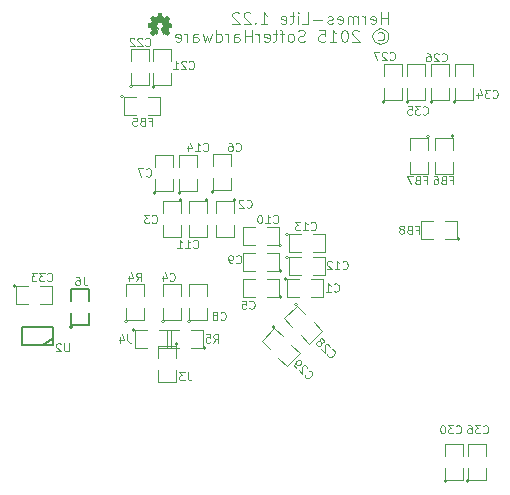
<source format=gbo>
%FSLAX46Y46*%
G04 Gerber Fmt 4.6, Leading zero omitted, Abs format (unit mm)*
G04 Created by KiCad (PCBNEW (2014-08-05 BZR 5054)-product) date Sun 24 May 2015 10:10:41 AM PDT*
%MOMM*%
G01*
G04 APERTURE LIST*
%ADD10C,0.100000*%
%ADD11C,0.099060*%
%ADD12C,0.127000*%
%ADD13C,0.150000*%
%ADD14C,0.002540*%
G04 APERTURE END LIST*
D10*
X34061905Y-2252381D02*
X34061905Y-1252381D01*
X34061905Y-1728571D02*
X33490476Y-1728571D01*
X33490476Y-2252381D02*
X33490476Y-1252381D01*
X32633333Y-2204762D02*
X32728571Y-2252381D01*
X32919048Y-2252381D01*
X33014286Y-2204762D01*
X33061905Y-2109524D01*
X33061905Y-1728571D01*
X33014286Y-1633333D01*
X32919048Y-1585714D01*
X32728571Y-1585714D01*
X32633333Y-1633333D01*
X32585714Y-1728571D01*
X32585714Y-1823810D01*
X33061905Y-1919048D01*
X32157143Y-2252381D02*
X32157143Y-1585714D01*
X32157143Y-1776190D02*
X32109524Y-1680952D01*
X32061905Y-1633333D01*
X31966667Y-1585714D01*
X31871428Y-1585714D01*
X31538095Y-2252381D02*
X31538095Y-1585714D01*
X31538095Y-1680952D02*
X31490476Y-1633333D01*
X31395238Y-1585714D01*
X31252380Y-1585714D01*
X31157142Y-1633333D01*
X31109523Y-1728571D01*
X31109523Y-2252381D01*
X31109523Y-1728571D02*
X31061904Y-1633333D01*
X30966666Y-1585714D01*
X30823809Y-1585714D01*
X30728571Y-1633333D01*
X30680952Y-1728571D01*
X30680952Y-2252381D01*
X29823809Y-2204762D02*
X29919047Y-2252381D01*
X30109524Y-2252381D01*
X30204762Y-2204762D01*
X30252381Y-2109524D01*
X30252381Y-1728571D01*
X30204762Y-1633333D01*
X30109524Y-1585714D01*
X29919047Y-1585714D01*
X29823809Y-1633333D01*
X29776190Y-1728571D01*
X29776190Y-1823810D01*
X30252381Y-1919048D01*
X29395238Y-2204762D02*
X29300000Y-2252381D01*
X29109524Y-2252381D01*
X29014285Y-2204762D01*
X28966666Y-2109524D01*
X28966666Y-2061905D01*
X29014285Y-1966667D01*
X29109524Y-1919048D01*
X29252381Y-1919048D01*
X29347619Y-1871429D01*
X29395238Y-1776190D01*
X29395238Y-1728571D01*
X29347619Y-1633333D01*
X29252381Y-1585714D01*
X29109524Y-1585714D01*
X29014285Y-1633333D01*
X28538095Y-1871429D02*
X27776190Y-1871429D01*
X26823809Y-2252381D02*
X27300000Y-2252381D01*
X27300000Y-1252381D01*
X26490476Y-2252381D02*
X26490476Y-1585714D01*
X26490476Y-1252381D02*
X26538095Y-1300000D01*
X26490476Y-1347619D01*
X26442857Y-1300000D01*
X26490476Y-1252381D01*
X26490476Y-1347619D01*
X26157143Y-1585714D02*
X25776191Y-1585714D01*
X26014286Y-1252381D02*
X26014286Y-2109524D01*
X25966667Y-2204762D01*
X25871429Y-2252381D01*
X25776191Y-2252381D01*
X25061904Y-2204762D02*
X25157142Y-2252381D01*
X25347619Y-2252381D01*
X25442857Y-2204762D01*
X25490476Y-2109524D01*
X25490476Y-1728571D01*
X25442857Y-1633333D01*
X25347619Y-1585714D01*
X25157142Y-1585714D01*
X25061904Y-1633333D01*
X25014285Y-1728571D01*
X25014285Y-1823810D01*
X25490476Y-1919048D01*
X23299999Y-2252381D02*
X23871428Y-2252381D01*
X23585714Y-2252381D02*
X23585714Y-1252381D01*
X23680952Y-1395238D01*
X23776190Y-1490476D01*
X23871428Y-1538095D01*
X22871428Y-2157143D02*
X22823809Y-2204762D01*
X22871428Y-2252381D01*
X22919047Y-2204762D01*
X22871428Y-2157143D01*
X22871428Y-2252381D01*
X22442857Y-1347619D02*
X22395238Y-1300000D01*
X22300000Y-1252381D01*
X22061904Y-1252381D01*
X21966666Y-1300000D01*
X21919047Y-1347619D01*
X21871428Y-1442857D01*
X21871428Y-1538095D01*
X21919047Y-1680952D01*
X22490476Y-2252381D01*
X21871428Y-2252381D01*
X21490476Y-1347619D02*
X21442857Y-1300000D01*
X21347619Y-1252381D01*
X21109523Y-1252381D01*
X21014285Y-1300000D01*
X20966666Y-1347619D01*
X20919047Y-1442857D01*
X20919047Y-1538095D01*
X20966666Y-1680952D01*
X21538095Y-2252381D01*
X20919047Y-2252381D01*
X33252381Y-2990476D02*
X33347619Y-2942857D01*
X33538095Y-2942857D01*
X33633333Y-2990476D01*
X33728571Y-3085714D01*
X33776190Y-3180952D01*
X33776190Y-3371429D01*
X33728571Y-3466667D01*
X33633333Y-3561905D01*
X33538095Y-3609524D01*
X33347619Y-3609524D01*
X33252381Y-3561905D01*
X33442857Y-2609524D02*
X33680952Y-2657143D01*
X33919048Y-2800000D01*
X34061905Y-3038095D01*
X34109524Y-3276190D01*
X34061905Y-3514286D01*
X33919048Y-3752381D01*
X33680952Y-3895238D01*
X33442857Y-3942857D01*
X33204762Y-3895238D01*
X32966667Y-3752381D01*
X32823810Y-3514286D01*
X32776190Y-3276190D01*
X32823810Y-3038095D01*
X32966667Y-2800000D01*
X33204762Y-2657143D01*
X33442857Y-2609524D01*
X31633333Y-2847619D02*
X31585714Y-2800000D01*
X31490476Y-2752381D01*
X31252380Y-2752381D01*
X31157142Y-2800000D01*
X31109523Y-2847619D01*
X31061904Y-2942857D01*
X31061904Y-3038095D01*
X31109523Y-3180952D01*
X31680952Y-3752381D01*
X31061904Y-3752381D01*
X30442857Y-2752381D02*
X30347618Y-2752381D01*
X30252380Y-2800000D01*
X30204761Y-2847619D01*
X30157142Y-2942857D01*
X30109523Y-3133333D01*
X30109523Y-3371429D01*
X30157142Y-3561905D01*
X30204761Y-3657143D01*
X30252380Y-3704762D01*
X30347618Y-3752381D01*
X30442857Y-3752381D01*
X30538095Y-3704762D01*
X30585714Y-3657143D01*
X30633333Y-3561905D01*
X30680952Y-3371429D01*
X30680952Y-3133333D01*
X30633333Y-2942857D01*
X30585714Y-2847619D01*
X30538095Y-2800000D01*
X30442857Y-2752381D01*
X29157142Y-3752381D02*
X29728571Y-3752381D01*
X29442857Y-3752381D02*
X29442857Y-2752381D01*
X29538095Y-2895238D01*
X29633333Y-2990476D01*
X29728571Y-3038095D01*
X28252380Y-2752381D02*
X28728571Y-2752381D01*
X28776190Y-3228571D01*
X28728571Y-3180952D01*
X28633333Y-3133333D01*
X28395237Y-3133333D01*
X28299999Y-3180952D01*
X28252380Y-3228571D01*
X28204761Y-3323810D01*
X28204761Y-3561905D01*
X28252380Y-3657143D01*
X28299999Y-3704762D01*
X28395237Y-3752381D01*
X28633333Y-3752381D01*
X28728571Y-3704762D01*
X28776190Y-3657143D01*
X27061904Y-3704762D02*
X26919047Y-3752381D01*
X26680951Y-3752381D01*
X26585713Y-3704762D01*
X26538094Y-3657143D01*
X26490475Y-3561905D01*
X26490475Y-3466667D01*
X26538094Y-3371429D01*
X26585713Y-3323810D01*
X26680951Y-3276190D01*
X26871428Y-3228571D01*
X26966666Y-3180952D01*
X27014285Y-3133333D01*
X27061904Y-3038095D01*
X27061904Y-2942857D01*
X27014285Y-2847619D01*
X26966666Y-2800000D01*
X26871428Y-2752381D01*
X26633332Y-2752381D01*
X26490475Y-2800000D01*
X25919047Y-3752381D02*
X26014285Y-3704762D01*
X26061904Y-3657143D01*
X26109523Y-3561905D01*
X26109523Y-3276190D01*
X26061904Y-3180952D01*
X26014285Y-3133333D01*
X25919047Y-3085714D01*
X25776189Y-3085714D01*
X25680951Y-3133333D01*
X25633332Y-3180952D01*
X25585713Y-3276190D01*
X25585713Y-3561905D01*
X25633332Y-3657143D01*
X25680951Y-3704762D01*
X25776189Y-3752381D01*
X25919047Y-3752381D01*
X25299999Y-3085714D02*
X24919047Y-3085714D01*
X25157142Y-3752381D02*
X25157142Y-2895238D01*
X25109523Y-2800000D01*
X25014285Y-2752381D01*
X24919047Y-2752381D01*
X24728570Y-3085714D02*
X24347618Y-3085714D01*
X24585713Y-2752381D02*
X24585713Y-3609524D01*
X24538094Y-3704762D01*
X24442856Y-3752381D01*
X24347618Y-3752381D01*
X23633331Y-3704762D02*
X23728569Y-3752381D01*
X23919046Y-3752381D01*
X24014284Y-3704762D01*
X24061903Y-3609524D01*
X24061903Y-3228571D01*
X24014284Y-3133333D01*
X23919046Y-3085714D01*
X23728569Y-3085714D01*
X23633331Y-3133333D01*
X23585712Y-3228571D01*
X23585712Y-3323810D01*
X24061903Y-3419048D01*
X23157141Y-3752381D02*
X23157141Y-3085714D01*
X23157141Y-3276190D02*
X23109522Y-3180952D01*
X23061903Y-3133333D01*
X22966665Y-3085714D01*
X22871426Y-3085714D01*
X22538093Y-3752381D02*
X22538093Y-2752381D01*
X22538093Y-3228571D02*
X21966664Y-3228571D01*
X21966664Y-3752381D02*
X21966664Y-2752381D01*
X21061902Y-3752381D02*
X21061902Y-3228571D01*
X21109521Y-3133333D01*
X21204759Y-3085714D01*
X21395236Y-3085714D01*
X21490474Y-3133333D01*
X21061902Y-3704762D02*
X21157140Y-3752381D01*
X21395236Y-3752381D01*
X21490474Y-3704762D01*
X21538093Y-3609524D01*
X21538093Y-3514286D01*
X21490474Y-3419048D01*
X21395236Y-3371429D01*
X21157140Y-3371429D01*
X21061902Y-3323810D01*
X20585712Y-3752381D02*
X20585712Y-3085714D01*
X20585712Y-3276190D02*
X20538093Y-3180952D01*
X20490474Y-3133333D01*
X20395236Y-3085714D01*
X20299997Y-3085714D01*
X19538092Y-3752381D02*
X19538092Y-2752381D01*
X19538092Y-3704762D02*
X19633330Y-3752381D01*
X19823807Y-3752381D01*
X19919045Y-3704762D01*
X19966664Y-3657143D01*
X20014283Y-3561905D01*
X20014283Y-3276190D01*
X19966664Y-3180952D01*
X19919045Y-3133333D01*
X19823807Y-3085714D01*
X19633330Y-3085714D01*
X19538092Y-3133333D01*
X19157140Y-3085714D02*
X18966664Y-3752381D01*
X18776187Y-3276190D01*
X18585711Y-3752381D01*
X18395235Y-3085714D01*
X17585711Y-3752381D02*
X17585711Y-3228571D01*
X17633330Y-3133333D01*
X17728568Y-3085714D01*
X17919045Y-3085714D01*
X18014283Y-3133333D01*
X17585711Y-3704762D02*
X17680949Y-3752381D01*
X17919045Y-3752381D01*
X18014283Y-3704762D01*
X18061902Y-3609524D01*
X18061902Y-3514286D01*
X18014283Y-3419048D01*
X17919045Y-3371429D01*
X17680949Y-3371429D01*
X17585711Y-3323810D01*
X17109521Y-3752381D02*
X17109521Y-3085714D01*
X17109521Y-3276190D02*
X17061902Y-3180952D01*
X17014283Y-3133333D01*
X16919045Y-3085714D01*
X16823806Y-3085714D01*
X16109520Y-3704762D02*
X16204758Y-3752381D01*
X16395235Y-3752381D01*
X16490473Y-3704762D01*
X16538092Y-3609524D01*
X16538092Y-3228571D01*
X16490473Y-3133333D01*
X16395235Y-3085714D01*
X16204758Y-3085714D01*
X16109520Y-3133333D01*
X16061901Y-3228571D01*
X16061901Y-3323810D01*
X16538092Y-3419048D01*
D11*
X25576000Y-23838000D02*
G75*
G03X25576000Y-23838000I-127000J0D01*
G74*
G01*
X26592000Y-23838000D02*
X25576000Y-23838000D01*
X25576000Y-23838000D02*
X25576000Y-25362000D01*
X25576000Y-25362000D02*
X26592000Y-25362000D01*
X27608000Y-25362000D02*
X28624000Y-25362000D01*
X28624000Y-25362000D02*
X28624000Y-23838000D01*
X28624000Y-23838000D02*
X27608000Y-23838000D01*
X21189000Y-17149000D02*
G75*
G03X21189000Y-17149000I-127000J0D01*
G74*
G01*
X21062000Y-18292000D02*
X21062000Y-17276000D01*
X21062000Y-17276000D02*
X19538000Y-17276000D01*
X19538000Y-17276000D02*
X19538000Y-18292000D01*
X19538000Y-19308000D02*
X19538000Y-20324000D01*
X19538000Y-20324000D02*
X21062000Y-20324000D01*
X21062000Y-20324000D02*
X21062000Y-19308000D01*
X16689000Y-17149000D02*
G75*
G03X16689000Y-17149000I-127000J0D01*
G74*
G01*
X16562000Y-18292000D02*
X16562000Y-17276000D01*
X16562000Y-17276000D02*
X15038000Y-17276000D01*
X15038000Y-17276000D02*
X15038000Y-18292000D01*
X15038000Y-19308000D02*
X15038000Y-20324000D01*
X15038000Y-20324000D02*
X16562000Y-20324000D01*
X16562000Y-20324000D02*
X16562000Y-19308000D01*
X15165000Y-27451000D02*
G75*
G03X15165000Y-27451000I-127000J0D01*
G74*
G01*
X15038000Y-26308000D02*
X15038000Y-27324000D01*
X15038000Y-27324000D02*
X16562000Y-27324000D01*
X16562000Y-27324000D02*
X16562000Y-26308000D01*
X16562000Y-25292000D02*
X16562000Y-24276000D01*
X16562000Y-24276000D02*
X15038000Y-24276000D01*
X15038000Y-24276000D02*
X15038000Y-25292000D01*
X25078000Y-25362000D02*
G75*
G03X25078000Y-25362000I-127000J0D01*
G74*
G01*
X23808000Y-25362000D02*
X24824000Y-25362000D01*
X24824000Y-25362000D02*
X24824000Y-23838000D01*
X24824000Y-23838000D02*
X23808000Y-23838000D01*
X22792000Y-23838000D02*
X21776000Y-23838000D01*
X21776000Y-23838000D02*
X21776000Y-25362000D01*
X21776000Y-25362000D02*
X22792000Y-25362000D01*
X19365000Y-16451000D02*
G75*
G03X19365000Y-16451000I-127000J0D01*
G74*
G01*
X19238000Y-15308000D02*
X19238000Y-16324000D01*
X19238000Y-16324000D02*
X20762000Y-16324000D01*
X20762000Y-16324000D02*
X20762000Y-15308000D01*
X20762000Y-14292000D02*
X20762000Y-13276000D01*
X20762000Y-13276000D02*
X19238000Y-13276000D01*
X19238000Y-13276000D02*
X19238000Y-14292000D01*
X14465000Y-16551000D02*
G75*
G03X14465000Y-16551000I-127000J0D01*
G74*
G01*
X14338000Y-15408000D02*
X14338000Y-16424000D01*
X14338000Y-16424000D02*
X15862000Y-16424000D01*
X15862000Y-16424000D02*
X15862000Y-15408000D01*
X15862000Y-14392000D02*
X15862000Y-13376000D01*
X15862000Y-13376000D02*
X14338000Y-13376000D01*
X14338000Y-13376000D02*
X14338000Y-14392000D01*
X17365000Y-27451000D02*
G75*
G03X17365000Y-27451000I-127000J0D01*
G74*
G01*
X17238000Y-26308000D02*
X17238000Y-27324000D01*
X17238000Y-27324000D02*
X18762000Y-27324000D01*
X18762000Y-27324000D02*
X18762000Y-26308000D01*
X18762000Y-25292000D02*
X18762000Y-24276000D01*
X18762000Y-24276000D02*
X17238000Y-24276000D01*
X17238000Y-24276000D02*
X17238000Y-25292000D01*
X25078000Y-23162000D02*
G75*
G03X25078000Y-23162000I-127000J0D01*
G74*
G01*
X23808000Y-23162000D02*
X24824000Y-23162000D01*
X24824000Y-23162000D02*
X24824000Y-21638000D01*
X24824000Y-21638000D02*
X23808000Y-21638000D01*
X22792000Y-21638000D02*
X21776000Y-21638000D01*
X21776000Y-21638000D02*
X21776000Y-23162000D01*
X21776000Y-23162000D02*
X22792000Y-23162000D01*
X25078000Y-20962000D02*
G75*
G03X25078000Y-20962000I-127000J0D01*
G74*
G01*
X23808000Y-20962000D02*
X24824000Y-20962000D01*
X24824000Y-20962000D02*
X24824000Y-19438000D01*
X24824000Y-19438000D02*
X23808000Y-19438000D01*
X22792000Y-19438000D02*
X21776000Y-19438000D01*
X21776000Y-19438000D02*
X21776000Y-20962000D01*
X21776000Y-20962000D02*
X22792000Y-20962000D01*
X18889000Y-17149000D02*
G75*
G03X18889000Y-17149000I-127000J0D01*
G74*
G01*
X18762000Y-18292000D02*
X18762000Y-17276000D01*
X18762000Y-17276000D02*
X17238000Y-17276000D01*
X17238000Y-17276000D02*
X17238000Y-18292000D01*
X17238000Y-19308000D02*
X17238000Y-20324000D01*
X17238000Y-20324000D02*
X18762000Y-20324000D01*
X18762000Y-20324000D02*
X18762000Y-19308000D01*
X25676000Y-21988000D02*
G75*
G03X25676000Y-21988000I-127000J0D01*
G74*
G01*
X26692000Y-21988000D02*
X25676000Y-21988000D01*
X25676000Y-21988000D02*
X25676000Y-23512000D01*
X25676000Y-23512000D02*
X26692000Y-23512000D01*
X27708000Y-23512000D02*
X28724000Y-23512000D01*
X28724000Y-23512000D02*
X28724000Y-21988000D01*
X28724000Y-21988000D02*
X27708000Y-21988000D01*
X25676000Y-20038000D02*
G75*
G03X25676000Y-20038000I-127000J0D01*
G74*
G01*
X26692000Y-20038000D02*
X25676000Y-20038000D01*
X25676000Y-20038000D02*
X25676000Y-21562000D01*
X25676000Y-21562000D02*
X26692000Y-21562000D01*
X27708000Y-21562000D02*
X28724000Y-21562000D01*
X28724000Y-21562000D02*
X28724000Y-20038000D01*
X28724000Y-20038000D02*
X27708000Y-20038000D01*
X16565000Y-16551000D02*
G75*
G03X16565000Y-16551000I-127000J0D01*
G74*
G01*
X16438000Y-15408000D02*
X16438000Y-16424000D01*
X16438000Y-16424000D02*
X17962000Y-16424000D01*
X17962000Y-16424000D02*
X17962000Y-15408000D01*
X17962000Y-14392000D02*
X17962000Y-13376000D01*
X17962000Y-13376000D02*
X16438000Y-13376000D01*
X16438000Y-13376000D02*
X16438000Y-14392000D01*
X26398382Y-25993751D02*
G75*
G03X26398382Y-25993751I-127000J0D01*
G74*
G01*
X27079605Y-26801974D02*
X26361185Y-26083554D01*
X26361185Y-26083554D02*
X25283554Y-27161185D01*
X25283554Y-27161185D02*
X26001974Y-27879605D01*
X26720395Y-28598026D02*
X27438815Y-29316446D01*
X27438815Y-29316446D02*
X28516446Y-28238815D01*
X28516446Y-28238815D02*
X27798026Y-27520395D01*
X24498382Y-27893751D02*
G75*
G03X24498382Y-27893751I-127000J0D01*
G74*
G01*
X25179605Y-28701974D02*
X24461185Y-27983554D01*
X24461185Y-27983554D02*
X23383554Y-29061185D01*
X23383554Y-29061185D02*
X24101974Y-29779605D01*
X24820395Y-30498026D02*
X25538815Y-31216446D01*
X25538815Y-31216446D02*
X26616446Y-30138815D01*
X26616446Y-30138815D02*
X25898026Y-29420395D01*
X16289000Y-29349000D02*
G75*
G03X16289000Y-29349000I-127000J0D01*
G74*
G01*
X16162000Y-30492000D02*
X16162000Y-29476000D01*
X16162000Y-29476000D02*
X14638000Y-29476000D01*
X14638000Y-29476000D02*
X14638000Y-30492000D01*
X14638000Y-31508000D02*
X14638000Y-32524000D01*
X14638000Y-32524000D02*
X16162000Y-32524000D01*
X16162000Y-32524000D02*
X16162000Y-31508000D01*
X12676000Y-28138000D02*
G75*
G03X12676000Y-28138000I-127000J0D01*
G74*
G01*
X13692000Y-28138000D02*
X12676000Y-28138000D01*
X12676000Y-28138000D02*
X12676000Y-29662000D01*
X12676000Y-29662000D02*
X13692000Y-29662000D01*
X14708000Y-29662000D02*
X15724000Y-29662000D01*
X15724000Y-29662000D02*
X15724000Y-28138000D01*
X15724000Y-28138000D02*
X14708000Y-28138000D01*
X2576000Y-24438000D02*
G75*
G03X2576000Y-24438000I-127000J0D01*
G74*
G01*
X3592000Y-24438000D02*
X2576000Y-24438000D01*
X2576000Y-24438000D02*
X2576000Y-25962000D01*
X2576000Y-25962000D02*
X3592000Y-25962000D01*
X4608000Y-25962000D02*
X5624000Y-25962000D01*
X5624000Y-25962000D02*
X5624000Y-24438000D01*
X5624000Y-24438000D02*
X4608000Y-24438000D01*
D12*
X4908000Y-29462000D02*
X5670000Y-28954000D01*
X3130000Y-29462000D02*
X5733500Y-29462000D01*
X5733500Y-29462000D02*
X5733500Y-27938000D01*
X5733500Y-27938000D02*
X3130000Y-27938000D01*
X3130000Y-27938000D02*
X3130000Y-29462000D01*
D11*
X12065000Y-27451000D02*
G75*
G03X12065000Y-27451000I-127000J0D01*
G74*
G01*
X11938000Y-26308000D02*
X11938000Y-27324000D01*
X11938000Y-27324000D02*
X13462000Y-27324000D01*
X13462000Y-27324000D02*
X13462000Y-26308000D01*
X13462000Y-25292000D02*
X13462000Y-24276000D01*
X13462000Y-24276000D02*
X11938000Y-24276000D01*
X11938000Y-24276000D02*
X11938000Y-25292000D01*
X18678000Y-29662000D02*
G75*
G03X18678000Y-29662000I-127000J0D01*
G74*
G01*
X17408000Y-29662000D02*
X18424000Y-29662000D01*
X18424000Y-29662000D02*
X18424000Y-28138000D01*
X18424000Y-28138000D02*
X17408000Y-28138000D01*
X16392000Y-28138000D02*
X15376000Y-28138000D01*
X15376000Y-28138000D02*
X15376000Y-29662000D01*
X15376000Y-29662000D02*
X16392000Y-29662000D01*
X14365000Y-7551000D02*
G75*
G03X14365000Y-7551000I-127000J0D01*
G74*
G01*
X14238000Y-6408000D02*
X14238000Y-7424000D01*
X14238000Y-7424000D02*
X15762000Y-7424000D01*
X15762000Y-7424000D02*
X15762000Y-6408000D01*
X15762000Y-5392000D02*
X15762000Y-4376000D01*
X15762000Y-4376000D02*
X14238000Y-4376000D01*
X14238000Y-4376000D02*
X14238000Y-5392000D01*
X12465000Y-7551000D02*
G75*
G03X12465000Y-7551000I-127000J0D01*
G74*
G01*
X12338000Y-6408000D02*
X12338000Y-7424000D01*
X12338000Y-7424000D02*
X13862000Y-7424000D01*
X13862000Y-7424000D02*
X13862000Y-6408000D01*
X13862000Y-5392000D02*
X13862000Y-4376000D01*
X13862000Y-4376000D02*
X12338000Y-4376000D01*
X12338000Y-4376000D02*
X12338000Y-5392000D01*
X37865000Y-8851000D02*
G75*
G03X37865000Y-8851000I-127000J0D01*
G74*
G01*
X37738000Y-7708000D02*
X37738000Y-8724000D01*
X37738000Y-8724000D02*
X39262000Y-8724000D01*
X39262000Y-8724000D02*
X39262000Y-7708000D01*
X39262000Y-6692000D02*
X39262000Y-5676000D01*
X39262000Y-5676000D02*
X37738000Y-5676000D01*
X37738000Y-5676000D02*
X37738000Y-6692000D01*
X33865000Y-8851000D02*
G75*
G03X33865000Y-8851000I-127000J0D01*
G74*
G01*
X33738000Y-7708000D02*
X33738000Y-8724000D01*
X33738000Y-8724000D02*
X35262000Y-8724000D01*
X35262000Y-8724000D02*
X35262000Y-7708000D01*
X35262000Y-6692000D02*
X35262000Y-5676000D01*
X35262000Y-5676000D02*
X33738000Y-5676000D01*
X33738000Y-5676000D02*
X33738000Y-6692000D01*
X39065000Y-40951000D02*
G75*
G03X39065000Y-40951000I-127000J0D01*
G74*
G01*
X38938000Y-39808000D02*
X38938000Y-40824000D01*
X38938000Y-40824000D02*
X40462000Y-40824000D01*
X40462000Y-40824000D02*
X40462000Y-39808000D01*
X40462000Y-38792000D02*
X40462000Y-37776000D01*
X40462000Y-37776000D02*
X38938000Y-37776000D01*
X38938000Y-37776000D02*
X38938000Y-38792000D01*
X39865000Y-8851000D02*
G75*
G03X39865000Y-8851000I-127000J0D01*
G74*
G01*
X39738000Y-7708000D02*
X39738000Y-8724000D01*
X39738000Y-8724000D02*
X41262000Y-8724000D01*
X41262000Y-8724000D02*
X41262000Y-7708000D01*
X41262000Y-6692000D02*
X41262000Y-5676000D01*
X41262000Y-5676000D02*
X39738000Y-5676000D01*
X39738000Y-5676000D02*
X39738000Y-6692000D01*
X35865000Y-8851000D02*
G75*
G03X35865000Y-8851000I-127000J0D01*
G74*
G01*
X35738000Y-7708000D02*
X35738000Y-8724000D01*
X35738000Y-8724000D02*
X37262000Y-8724000D01*
X37262000Y-8724000D02*
X37262000Y-7708000D01*
X37262000Y-6692000D02*
X37262000Y-5676000D01*
X37262000Y-5676000D02*
X35738000Y-5676000D01*
X35738000Y-5676000D02*
X35738000Y-6692000D01*
X40965000Y-40951000D02*
G75*
G03X40965000Y-40951000I-127000J0D01*
G74*
G01*
X40838000Y-39808000D02*
X40838000Y-40824000D01*
X40838000Y-40824000D02*
X42362000Y-40824000D01*
X42362000Y-40824000D02*
X42362000Y-39808000D01*
X42362000Y-38792000D02*
X42362000Y-37776000D01*
X42362000Y-37776000D02*
X40838000Y-37776000D01*
X40838000Y-37776000D02*
X40838000Y-38792000D01*
X11726000Y-8388000D02*
G75*
G03X11726000Y-8388000I-127000J0D01*
G74*
G01*
X12742000Y-8388000D02*
X11726000Y-8388000D01*
X11726000Y-8388000D02*
X11726000Y-9912000D01*
X11726000Y-9912000D02*
X12742000Y-9912000D01*
X13758000Y-9912000D02*
X14774000Y-9912000D01*
X14774000Y-9912000D02*
X14774000Y-8388000D01*
X14774000Y-8388000D02*
X13758000Y-8388000D01*
X39689000Y-11749000D02*
G75*
G03X39689000Y-11749000I-127000J0D01*
G74*
G01*
X39562000Y-12892000D02*
X39562000Y-11876000D01*
X39562000Y-11876000D02*
X38038000Y-11876000D01*
X38038000Y-11876000D02*
X38038000Y-12892000D01*
X38038000Y-13908000D02*
X38038000Y-14924000D01*
X38038000Y-14924000D02*
X39562000Y-14924000D01*
X39562000Y-14924000D02*
X39562000Y-13908000D01*
X37589000Y-11749000D02*
G75*
G03X37589000Y-11749000I-127000J0D01*
G74*
G01*
X37462000Y-12892000D02*
X37462000Y-11876000D01*
X37462000Y-11876000D02*
X35938000Y-11876000D01*
X35938000Y-11876000D02*
X35938000Y-12892000D01*
X35938000Y-13908000D02*
X35938000Y-14924000D01*
X35938000Y-14924000D02*
X37462000Y-14924000D01*
X37462000Y-14924000D02*
X37462000Y-13908000D01*
X40178000Y-20462000D02*
G75*
G03X40178000Y-20462000I-127000J0D01*
G74*
G01*
X38908000Y-20462000D02*
X39924000Y-20462000D01*
X39924000Y-20462000D02*
X39924000Y-18938000D01*
X39924000Y-18938000D02*
X38908000Y-18938000D01*
X37892000Y-18938000D02*
X36876000Y-18938000D01*
X36876000Y-18938000D02*
X36876000Y-20462000D01*
X36876000Y-20462000D02*
X37892000Y-20462000D01*
D13*
X7365000Y-27901000D02*
G75*
G03X7365000Y-27901000I-127000J0D01*
G74*
G01*
X7238000Y-26758000D02*
X7238000Y-27774000D01*
X7238000Y-27774000D02*
X8762000Y-27774000D01*
X8762000Y-27774000D02*
X8762000Y-26758000D01*
X8762000Y-25742000D02*
X8762000Y-24726000D01*
X8762000Y-24726000D02*
X7238000Y-24726000D01*
X7238000Y-24726000D02*
X7238000Y-25742000D01*
D14*
G36*
X15354520Y-3146620D02*
X15344360Y-3141540D01*
X15321500Y-3126300D01*
X15288480Y-3105980D01*
X15247840Y-3078040D01*
X15209740Y-3052640D01*
X15176720Y-3029780D01*
X15153860Y-3014540D01*
X15143700Y-3009460D01*
X15138620Y-3012000D01*
X15120840Y-3022160D01*
X15092900Y-3034860D01*
X15077660Y-3042480D01*
X15052260Y-3055180D01*
X15039560Y-3057720D01*
X15037020Y-3052640D01*
X15026860Y-3034860D01*
X15014160Y-3001840D01*
X14993840Y-2958660D01*
X14973520Y-2907860D01*
X14950660Y-2851980D01*
X14927800Y-2796100D01*
X14904940Y-2742760D01*
X14884620Y-2694500D01*
X14869380Y-2656400D01*
X14859220Y-2628460D01*
X14854140Y-2618300D01*
X14856680Y-2615760D01*
X14869380Y-2603060D01*
X14889700Y-2587820D01*
X14937960Y-2547180D01*
X14983680Y-2488760D01*
X15014160Y-2422720D01*
X15021780Y-2349060D01*
X15014160Y-2283020D01*
X14988760Y-2219520D01*
X14943040Y-2158560D01*
X14887160Y-2115380D01*
X14821120Y-2087440D01*
X14750000Y-2079820D01*
X14681420Y-2087440D01*
X14615380Y-2112840D01*
X14554420Y-2158560D01*
X14531560Y-2186500D01*
X14496000Y-2247460D01*
X14475680Y-2308420D01*
X14475680Y-2323660D01*
X14478220Y-2394780D01*
X14498540Y-2463360D01*
X14534100Y-2521780D01*
X14587440Y-2572580D01*
X14592520Y-2577660D01*
X14617920Y-2595440D01*
X14633160Y-2605600D01*
X14645860Y-2615760D01*
X14556960Y-2831660D01*
X14541720Y-2867220D01*
X14516320Y-2925640D01*
X14496000Y-2976440D01*
X14478220Y-3017080D01*
X14465520Y-3042480D01*
X14460440Y-3055180D01*
X14460440Y-3055180D01*
X14452820Y-3055180D01*
X14437580Y-3050100D01*
X14407100Y-3034860D01*
X14386780Y-3024700D01*
X14363920Y-3014540D01*
X14353760Y-3009460D01*
X14343600Y-3014540D01*
X14323280Y-3029780D01*
X14290260Y-3050100D01*
X14252160Y-3075500D01*
X14216600Y-3100900D01*
X14181040Y-3123760D01*
X14158180Y-3139000D01*
X14145480Y-3146620D01*
X14142940Y-3146620D01*
X14132780Y-3139000D01*
X14112460Y-3123760D01*
X14084520Y-3095820D01*
X14043880Y-3055180D01*
X14036260Y-3050100D01*
X14003240Y-3014540D01*
X13975300Y-2984060D01*
X13954980Y-2963740D01*
X13949900Y-2956120D01*
X13949900Y-2956120D01*
X13954980Y-2943420D01*
X13970220Y-2918020D01*
X13993080Y-2885000D01*
X14021020Y-2844360D01*
X14092140Y-2740220D01*
X14051500Y-2643700D01*
X14041340Y-2613220D01*
X14026100Y-2577660D01*
X14013400Y-2552260D01*
X14008320Y-2539560D01*
X13998160Y-2537020D01*
X13970220Y-2529400D01*
X13932120Y-2521780D01*
X13886400Y-2514160D01*
X13840680Y-2504000D01*
X13802580Y-2496380D01*
X13772100Y-2491300D01*
X13759400Y-2488760D01*
X13756860Y-2486220D01*
X13754320Y-2481140D01*
X13751780Y-2468440D01*
X13751780Y-2443040D01*
X13751780Y-2404940D01*
X13751780Y-2349060D01*
X13751780Y-2343980D01*
X13751780Y-2290640D01*
X13751780Y-2250000D01*
X13754320Y-2224600D01*
X13756860Y-2214440D01*
X13756860Y-2214440D01*
X13769560Y-2209360D01*
X13797500Y-2204280D01*
X13835600Y-2196660D01*
X13883860Y-2186500D01*
X13886400Y-2186500D01*
X13934660Y-2178880D01*
X13972760Y-2168720D01*
X14000700Y-2163640D01*
X14013400Y-2158560D01*
X14015940Y-2156020D01*
X14026100Y-2138240D01*
X14038800Y-2107760D01*
X14054040Y-2072200D01*
X14069280Y-2036640D01*
X14084520Y-2001080D01*
X14092140Y-1978220D01*
X14094680Y-1965520D01*
X14094680Y-1965520D01*
X14087060Y-1955360D01*
X14071820Y-1929960D01*
X14048960Y-1896940D01*
X14021020Y-1856300D01*
X14018480Y-1851220D01*
X13990540Y-1813120D01*
X13970220Y-1777560D01*
X13954980Y-1754700D01*
X13949900Y-1744540D01*
X13949900Y-1742000D01*
X13957520Y-1731840D01*
X13977840Y-1708980D01*
X14008320Y-1678500D01*
X14043880Y-1642940D01*
X14054040Y-1632780D01*
X14092140Y-1594680D01*
X14120080Y-1569280D01*
X14137860Y-1556580D01*
X14145480Y-1551500D01*
X14145480Y-1554040D01*
X14158180Y-1559120D01*
X14183580Y-1576900D01*
X14216600Y-1599760D01*
X14257240Y-1627700D01*
X14259780Y-1630240D01*
X14300420Y-1655640D01*
X14333440Y-1678500D01*
X14356300Y-1693740D01*
X14366460Y-1701360D01*
X14369000Y-1701360D01*
X14384240Y-1696280D01*
X14414720Y-1686120D01*
X14447740Y-1673420D01*
X14485840Y-1658180D01*
X14518860Y-1642940D01*
X14544260Y-1632780D01*
X14556960Y-1625160D01*
X14556960Y-1625160D01*
X14562040Y-1609920D01*
X14567120Y-1579440D01*
X14577280Y-1538800D01*
X14584900Y-1490540D01*
X14587440Y-1482920D01*
X14595060Y-1434660D01*
X14602680Y-1396560D01*
X14610300Y-1368620D01*
X14612840Y-1355920D01*
X14617920Y-1355920D01*
X14643320Y-1353380D01*
X14678880Y-1353380D01*
X14722060Y-1353380D01*
X14765240Y-1353380D01*
X14808420Y-1353380D01*
X14846520Y-1355920D01*
X14871920Y-1355920D01*
X14884620Y-1358460D01*
X14884620Y-1361000D01*
X14889700Y-1373700D01*
X14894780Y-1404180D01*
X14904940Y-1444820D01*
X14912560Y-1495620D01*
X14915100Y-1503240D01*
X14922720Y-1551500D01*
X14932880Y-1589600D01*
X14937960Y-1617540D01*
X14940500Y-1627700D01*
X14945580Y-1630240D01*
X14963360Y-1637860D01*
X14996380Y-1650560D01*
X15037020Y-1668340D01*
X15128460Y-1703900D01*
X15240220Y-1627700D01*
X15250380Y-1620080D01*
X15291020Y-1592140D01*
X15324040Y-1571820D01*
X15346900Y-1556580D01*
X15357060Y-1551500D01*
X15357060Y-1551500D01*
X15367220Y-1561660D01*
X15390080Y-1581980D01*
X15420560Y-1612460D01*
X15456120Y-1645480D01*
X15481520Y-1673420D01*
X15512000Y-1703900D01*
X15532320Y-1724220D01*
X15542480Y-1739460D01*
X15547560Y-1747080D01*
X15545020Y-1752160D01*
X15539940Y-1764860D01*
X15522160Y-1787720D01*
X15499300Y-1823280D01*
X15471360Y-1861380D01*
X15448500Y-1896940D01*
X15425640Y-1932500D01*
X15410400Y-1960440D01*
X15402780Y-1973140D01*
X15405320Y-1978220D01*
X15412940Y-2001080D01*
X15425640Y-2034100D01*
X15443420Y-2074740D01*
X15481520Y-2163640D01*
X15539940Y-2173800D01*
X15575500Y-2181420D01*
X15626300Y-2189040D01*
X15672020Y-2199200D01*
X15745680Y-2214440D01*
X15748220Y-2481140D01*
X15738060Y-2486220D01*
X15725360Y-2491300D01*
X15699960Y-2496380D01*
X15659320Y-2504000D01*
X15613600Y-2511620D01*
X15575500Y-2519240D01*
X15534860Y-2526860D01*
X15506920Y-2531940D01*
X15494220Y-2534480D01*
X15491680Y-2539560D01*
X15481520Y-2559880D01*
X15466280Y-2590360D01*
X15451040Y-2625920D01*
X15435800Y-2664020D01*
X15423100Y-2699580D01*
X15412940Y-2724980D01*
X15407860Y-2740220D01*
X15412940Y-2750380D01*
X15428180Y-2773240D01*
X15451040Y-2806260D01*
X15476440Y-2844360D01*
X15504380Y-2885000D01*
X15527240Y-2918020D01*
X15542480Y-2943420D01*
X15550100Y-2953580D01*
X15545020Y-2961200D01*
X15529780Y-2978980D01*
X15501840Y-3009460D01*
X15456120Y-3055180D01*
X15448500Y-3060260D01*
X15415480Y-3095820D01*
X15385000Y-3121220D01*
X15364680Y-3141540D01*
X15354520Y-3146620D01*
X15354520Y-3146620D01*
G37*
X15354520Y-3146620D02*
X15344360Y-3141540D01*
X15321500Y-3126300D01*
X15288480Y-3105980D01*
X15247840Y-3078040D01*
X15209740Y-3052640D01*
X15176720Y-3029780D01*
X15153860Y-3014540D01*
X15143700Y-3009460D01*
X15138620Y-3012000D01*
X15120840Y-3022160D01*
X15092900Y-3034860D01*
X15077660Y-3042480D01*
X15052260Y-3055180D01*
X15039560Y-3057720D01*
X15037020Y-3052640D01*
X15026860Y-3034860D01*
X15014160Y-3001840D01*
X14993840Y-2958660D01*
X14973520Y-2907860D01*
X14950660Y-2851980D01*
X14927800Y-2796100D01*
X14904940Y-2742760D01*
X14884620Y-2694500D01*
X14869380Y-2656400D01*
X14859220Y-2628460D01*
X14854140Y-2618300D01*
X14856680Y-2615760D01*
X14869380Y-2603060D01*
X14889700Y-2587820D01*
X14937960Y-2547180D01*
X14983680Y-2488760D01*
X15014160Y-2422720D01*
X15021780Y-2349060D01*
X15014160Y-2283020D01*
X14988760Y-2219520D01*
X14943040Y-2158560D01*
X14887160Y-2115380D01*
X14821120Y-2087440D01*
X14750000Y-2079820D01*
X14681420Y-2087440D01*
X14615380Y-2112840D01*
X14554420Y-2158560D01*
X14531560Y-2186500D01*
X14496000Y-2247460D01*
X14475680Y-2308420D01*
X14475680Y-2323660D01*
X14478220Y-2394780D01*
X14498540Y-2463360D01*
X14534100Y-2521780D01*
X14587440Y-2572580D01*
X14592520Y-2577660D01*
X14617920Y-2595440D01*
X14633160Y-2605600D01*
X14645860Y-2615760D01*
X14556960Y-2831660D01*
X14541720Y-2867220D01*
X14516320Y-2925640D01*
X14496000Y-2976440D01*
X14478220Y-3017080D01*
X14465520Y-3042480D01*
X14460440Y-3055180D01*
X14460440Y-3055180D01*
X14452820Y-3055180D01*
X14437580Y-3050100D01*
X14407100Y-3034860D01*
X14386780Y-3024700D01*
X14363920Y-3014540D01*
X14353760Y-3009460D01*
X14343600Y-3014540D01*
X14323280Y-3029780D01*
X14290260Y-3050100D01*
X14252160Y-3075500D01*
X14216600Y-3100900D01*
X14181040Y-3123760D01*
X14158180Y-3139000D01*
X14145480Y-3146620D01*
X14142940Y-3146620D01*
X14132780Y-3139000D01*
X14112460Y-3123760D01*
X14084520Y-3095820D01*
X14043880Y-3055180D01*
X14036260Y-3050100D01*
X14003240Y-3014540D01*
X13975300Y-2984060D01*
X13954980Y-2963740D01*
X13949900Y-2956120D01*
X13949900Y-2956120D01*
X13954980Y-2943420D01*
X13970220Y-2918020D01*
X13993080Y-2885000D01*
X14021020Y-2844360D01*
X14092140Y-2740220D01*
X14051500Y-2643700D01*
X14041340Y-2613220D01*
X14026100Y-2577660D01*
X14013400Y-2552260D01*
X14008320Y-2539560D01*
X13998160Y-2537020D01*
X13970220Y-2529400D01*
X13932120Y-2521780D01*
X13886400Y-2514160D01*
X13840680Y-2504000D01*
X13802580Y-2496380D01*
X13772100Y-2491300D01*
X13759400Y-2488760D01*
X13756860Y-2486220D01*
X13754320Y-2481140D01*
X13751780Y-2468440D01*
X13751780Y-2443040D01*
X13751780Y-2404940D01*
X13751780Y-2349060D01*
X13751780Y-2343980D01*
X13751780Y-2290640D01*
X13751780Y-2250000D01*
X13754320Y-2224600D01*
X13756860Y-2214440D01*
X13756860Y-2214440D01*
X13769560Y-2209360D01*
X13797500Y-2204280D01*
X13835600Y-2196660D01*
X13883860Y-2186500D01*
X13886400Y-2186500D01*
X13934660Y-2178880D01*
X13972760Y-2168720D01*
X14000700Y-2163640D01*
X14013400Y-2158560D01*
X14015940Y-2156020D01*
X14026100Y-2138240D01*
X14038800Y-2107760D01*
X14054040Y-2072200D01*
X14069280Y-2036640D01*
X14084520Y-2001080D01*
X14092140Y-1978220D01*
X14094680Y-1965520D01*
X14094680Y-1965520D01*
X14087060Y-1955360D01*
X14071820Y-1929960D01*
X14048960Y-1896940D01*
X14021020Y-1856300D01*
X14018480Y-1851220D01*
X13990540Y-1813120D01*
X13970220Y-1777560D01*
X13954980Y-1754700D01*
X13949900Y-1744540D01*
X13949900Y-1742000D01*
X13957520Y-1731840D01*
X13977840Y-1708980D01*
X14008320Y-1678500D01*
X14043880Y-1642940D01*
X14054040Y-1632780D01*
X14092140Y-1594680D01*
X14120080Y-1569280D01*
X14137860Y-1556580D01*
X14145480Y-1551500D01*
X14145480Y-1554040D01*
X14158180Y-1559120D01*
X14183580Y-1576900D01*
X14216600Y-1599760D01*
X14257240Y-1627700D01*
X14259780Y-1630240D01*
X14300420Y-1655640D01*
X14333440Y-1678500D01*
X14356300Y-1693740D01*
X14366460Y-1701360D01*
X14369000Y-1701360D01*
X14384240Y-1696280D01*
X14414720Y-1686120D01*
X14447740Y-1673420D01*
X14485840Y-1658180D01*
X14518860Y-1642940D01*
X14544260Y-1632780D01*
X14556960Y-1625160D01*
X14556960Y-1625160D01*
X14562040Y-1609920D01*
X14567120Y-1579440D01*
X14577280Y-1538800D01*
X14584900Y-1490540D01*
X14587440Y-1482920D01*
X14595060Y-1434660D01*
X14602680Y-1396560D01*
X14610300Y-1368620D01*
X14612840Y-1355920D01*
X14617920Y-1355920D01*
X14643320Y-1353380D01*
X14678880Y-1353380D01*
X14722060Y-1353380D01*
X14765240Y-1353380D01*
X14808420Y-1353380D01*
X14846520Y-1355920D01*
X14871920Y-1355920D01*
X14884620Y-1358460D01*
X14884620Y-1361000D01*
X14889700Y-1373700D01*
X14894780Y-1404180D01*
X14904940Y-1444820D01*
X14912560Y-1495620D01*
X14915100Y-1503240D01*
X14922720Y-1551500D01*
X14932880Y-1589600D01*
X14937960Y-1617540D01*
X14940500Y-1627700D01*
X14945580Y-1630240D01*
X14963360Y-1637860D01*
X14996380Y-1650560D01*
X15037020Y-1668340D01*
X15128460Y-1703900D01*
X15240220Y-1627700D01*
X15250380Y-1620080D01*
X15291020Y-1592140D01*
X15324040Y-1571820D01*
X15346900Y-1556580D01*
X15357060Y-1551500D01*
X15357060Y-1551500D01*
X15367220Y-1561660D01*
X15390080Y-1581980D01*
X15420560Y-1612460D01*
X15456120Y-1645480D01*
X15481520Y-1673420D01*
X15512000Y-1703900D01*
X15532320Y-1724220D01*
X15542480Y-1739460D01*
X15547560Y-1747080D01*
X15545020Y-1752160D01*
X15539940Y-1764860D01*
X15522160Y-1787720D01*
X15499300Y-1823280D01*
X15471360Y-1861380D01*
X15448500Y-1896940D01*
X15425640Y-1932500D01*
X15410400Y-1960440D01*
X15402780Y-1973140D01*
X15405320Y-1978220D01*
X15412940Y-2001080D01*
X15425640Y-2034100D01*
X15443420Y-2074740D01*
X15481520Y-2163640D01*
X15539940Y-2173800D01*
X15575500Y-2181420D01*
X15626300Y-2189040D01*
X15672020Y-2199200D01*
X15745680Y-2214440D01*
X15748220Y-2481140D01*
X15738060Y-2486220D01*
X15725360Y-2491300D01*
X15699960Y-2496380D01*
X15659320Y-2504000D01*
X15613600Y-2511620D01*
X15575500Y-2519240D01*
X15534860Y-2526860D01*
X15506920Y-2531940D01*
X15494220Y-2534480D01*
X15491680Y-2539560D01*
X15481520Y-2559880D01*
X15466280Y-2590360D01*
X15451040Y-2625920D01*
X15435800Y-2664020D01*
X15423100Y-2699580D01*
X15412940Y-2724980D01*
X15407860Y-2740220D01*
X15412940Y-2750380D01*
X15428180Y-2773240D01*
X15451040Y-2806260D01*
X15476440Y-2844360D01*
X15504380Y-2885000D01*
X15527240Y-2918020D01*
X15542480Y-2943420D01*
X15550100Y-2953580D01*
X15545020Y-2961200D01*
X15529780Y-2978980D01*
X15501840Y-3009460D01*
X15456120Y-3055180D01*
X15448500Y-3060260D01*
X15415480Y-3095820D01*
X15385000Y-3121220D01*
X15364680Y-3141540D01*
X15354520Y-3146620D01*
D10*
X29516666Y-24850000D02*
X29550000Y-24883333D01*
X29650000Y-24916667D01*
X29716666Y-24916667D01*
X29816666Y-24883333D01*
X29883333Y-24816667D01*
X29916666Y-24750000D01*
X29950000Y-24616667D01*
X29950000Y-24516667D01*
X29916666Y-24383333D01*
X29883333Y-24316667D01*
X29816666Y-24250000D01*
X29716666Y-24216667D01*
X29650000Y-24216667D01*
X29550000Y-24250000D01*
X29516666Y-24283333D01*
X28850000Y-24916667D02*
X29250000Y-24916667D01*
X29050000Y-24916667D02*
X29050000Y-24216667D01*
X29116666Y-24316667D01*
X29183333Y-24383333D01*
X29250000Y-24416667D01*
X22116666Y-17750000D02*
X22150000Y-17783333D01*
X22250000Y-17816667D01*
X22316666Y-17816667D01*
X22416666Y-17783333D01*
X22483333Y-17716667D01*
X22516666Y-17650000D01*
X22550000Y-17516667D01*
X22550000Y-17416667D01*
X22516666Y-17283333D01*
X22483333Y-17216667D01*
X22416666Y-17150000D01*
X22316666Y-17116667D01*
X22250000Y-17116667D01*
X22150000Y-17150000D01*
X22116666Y-17183333D01*
X21850000Y-17183333D02*
X21816666Y-17150000D01*
X21750000Y-17116667D01*
X21583333Y-17116667D01*
X21516666Y-17150000D01*
X21483333Y-17183333D01*
X21450000Y-17250000D01*
X21450000Y-17316667D01*
X21483333Y-17416667D01*
X21883333Y-17816667D01*
X21450000Y-17816667D01*
X14116666Y-19050000D02*
X14150000Y-19083333D01*
X14250000Y-19116667D01*
X14316666Y-19116667D01*
X14416666Y-19083333D01*
X14483333Y-19016667D01*
X14516666Y-18950000D01*
X14550000Y-18816667D01*
X14550000Y-18716667D01*
X14516666Y-18583333D01*
X14483333Y-18516667D01*
X14416666Y-18450000D01*
X14316666Y-18416667D01*
X14250000Y-18416667D01*
X14150000Y-18450000D01*
X14116666Y-18483333D01*
X13883333Y-18416667D02*
X13450000Y-18416667D01*
X13683333Y-18683333D01*
X13583333Y-18683333D01*
X13516666Y-18716667D01*
X13483333Y-18750000D01*
X13450000Y-18816667D01*
X13450000Y-18983333D01*
X13483333Y-19050000D01*
X13516666Y-19083333D01*
X13583333Y-19116667D01*
X13783333Y-19116667D01*
X13850000Y-19083333D01*
X13883333Y-19050000D01*
X15616666Y-23950000D02*
X15650000Y-23983333D01*
X15750000Y-24016667D01*
X15816666Y-24016667D01*
X15916666Y-23983333D01*
X15983333Y-23916667D01*
X16016666Y-23850000D01*
X16050000Y-23716667D01*
X16050000Y-23616667D01*
X16016666Y-23483333D01*
X15983333Y-23416667D01*
X15916666Y-23350000D01*
X15816666Y-23316667D01*
X15750000Y-23316667D01*
X15650000Y-23350000D01*
X15616666Y-23383333D01*
X15016666Y-23550000D02*
X15016666Y-24016667D01*
X15183333Y-23283333D02*
X15350000Y-23783333D01*
X14916666Y-23783333D01*
X22366666Y-26300000D02*
X22400000Y-26333333D01*
X22500000Y-26366667D01*
X22566666Y-26366667D01*
X22666666Y-26333333D01*
X22733333Y-26266667D01*
X22766666Y-26200000D01*
X22800000Y-26066667D01*
X22800000Y-25966667D01*
X22766666Y-25833333D01*
X22733333Y-25766667D01*
X22666666Y-25700000D01*
X22566666Y-25666667D01*
X22500000Y-25666667D01*
X22400000Y-25700000D01*
X22366666Y-25733333D01*
X21733333Y-25666667D02*
X22066666Y-25666667D01*
X22100000Y-26000000D01*
X22066666Y-25966667D01*
X22000000Y-25933333D01*
X21833333Y-25933333D01*
X21766666Y-25966667D01*
X21733333Y-26000000D01*
X21700000Y-26066667D01*
X21700000Y-26233333D01*
X21733333Y-26300000D01*
X21766666Y-26333333D01*
X21833333Y-26366667D01*
X22000000Y-26366667D01*
X22066666Y-26333333D01*
X22100000Y-26300000D01*
X21216666Y-12950000D02*
X21250000Y-12983333D01*
X21350000Y-13016667D01*
X21416666Y-13016667D01*
X21516666Y-12983333D01*
X21583333Y-12916667D01*
X21616666Y-12850000D01*
X21650000Y-12716667D01*
X21650000Y-12616667D01*
X21616666Y-12483333D01*
X21583333Y-12416667D01*
X21516666Y-12350000D01*
X21416666Y-12316667D01*
X21350000Y-12316667D01*
X21250000Y-12350000D01*
X21216666Y-12383333D01*
X20616666Y-12316667D02*
X20750000Y-12316667D01*
X20816666Y-12350000D01*
X20850000Y-12383333D01*
X20916666Y-12483333D01*
X20950000Y-12616667D01*
X20950000Y-12883333D01*
X20916666Y-12950000D01*
X20883333Y-12983333D01*
X20816666Y-13016667D01*
X20683333Y-13016667D01*
X20616666Y-12983333D01*
X20583333Y-12950000D01*
X20550000Y-12883333D01*
X20550000Y-12716667D01*
X20583333Y-12650000D01*
X20616666Y-12616667D01*
X20683333Y-12583333D01*
X20816666Y-12583333D01*
X20883333Y-12616667D01*
X20916666Y-12650000D01*
X20950000Y-12716667D01*
X13616666Y-15100000D02*
X13650000Y-15133333D01*
X13750000Y-15166667D01*
X13816666Y-15166667D01*
X13916666Y-15133333D01*
X13983333Y-15066667D01*
X14016666Y-15000000D01*
X14050000Y-14866667D01*
X14050000Y-14766667D01*
X14016666Y-14633333D01*
X13983333Y-14566667D01*
X13916666Y-14500000D01*
X13816666Y-14466667D01*
X13750000Y-14466667D01*
X13650000Y-14500000D01*
X13616666Y-14533333D01*
X13383333Y-14466667D02*
X12916666Y-14466667D01*
X13216666Y-15166667D01*
X19916666Y-27250000D02*
X19950000Y-27283333D01*
X20050000Y-27316667D01*
X20116666Y-27316667D01*
X20216666Y-27283333D01*
X20283333Y-27216667D01*
X20316666Y-27150000D01*
X20350000Y-27016667D01*
X20350000Y-26916667D01*
X20316666Y-26783333D01*
X20283333Y-26716667D01*
X20216666Y-26650000D01*
X20116666Y-26616667D01*
X20050000Y-26616667D01*
X19950000Y-26650000D01*
X19916666Y-26683333D01*
X19516666Y-26916667D02*
X19583333Y-26883333D01*
X19616666Y-26850000D01*
X19650000Y-26783333D01*
X19650000Y-26750000D01*
X19616666Y-26683333D01*
X19583333Y-26650000D01*
X19516666Y-26616667D01*
X19383333Y-26616667D01*
X19316666Y-26650000D01*
X19283333Y-26683333D01*
X19250000Y-26750000D01*
X19250000Y-26783333D01*
X19283333Y-26850000D01*
X19316666Y-26883333D01*
X19383333Y-26916667D01*
X19516666Y-26916667D01*
X19583333Y-26950000D01*
X19616666Y-26983333D01*
X19650000Y-27050000D01*
X19650000Y-27183333D01*
X19616666Y-27250000D01*
X19583333Y-27283333D01*
X19516666Y-27316667D01*
X19383333Y-27316667D01*
X19316666Y-27283333D01*
X19283333Y-27250000D01*
X19250000Y-27183333D01*
X19250000Y-27050000D01*
X19283333Y-26983333D01*
X19316666Y-26950000D01*
X19383333Y-26916667D01*
X21241666Y-22450000D02*
X21275000Y-22483333D01*
X21375000Y-22516667D01*
X21441666Y-22516667D01*
X21541666Y-22483333D01*
X21608333Y-22416667D01*
X21641666Y-22350000D01*
X21675000Y-22216667D01*
X21675000Y-22116667D01*
X21641666Y-21983333D01*
X21608333Y-21916667D01*
X21541666Y-21850000D01*
X21441666Y-21816667D01*
X21375000Y-21816667D01*
X21275000Y-21850000D01*
X21241666Y-21883333D01*
X20908333Y-22516667D02*
X20775000Y-22516667D01*
X20708333Y-22483333D01*
X20675000Y-22450000D01*
X20608333Y-22350000D01*
X20575000Y-22216667D01*
X20575000Y-21950000D01*
X20608333Y-21883333D01*
X20641666Y-21850000D01*
X20708333Y-21816667D01*
X20841666Y-21816667D01*
X20908333Y-21850000D01*
X20941666Y-21883333D01*
X20975000Y-21950000D01*
X20975000Y-22116667D01*
X20941666Y-22183333D01*
X20908333Y-22216667D01*
X20841666Y-22250000D01*
X20708333Y-22250000D01*
X20641666Y-22216667D01*
X20608333Y-22183333D01*
X20575000Y-22116667D01*
X24375000Y-19050000D02*
X24408334Y-19083333D01*
X24508334Y-19116667D01*
X24575000Y-19116667D01*
X24675000Y-19083333D01*
X24741667Y-19016667D01*
X24775000Y-18950000D01*
X24808334Y-18816667D01*
X24808334Y-18716667D01*
X24775000Y-18583333D01*
X24741667Y-18516667D01*
X24675000Y-18450000D01*
X24575000Y-18416667D01*
X24508334Y-18416667D01*
X24408334Y-18450000D01*
X24375000Y-18483333D01*
X23708334Y-19116667D02*
X24108334Y-19116667D01*
X23908334Y-19116667D02*
X23908334Y-18416667D01*
X23975000Y-18516667D01*
X24041667Y-18583333D01*
X24108334Y-18616667D01*
X23275000Y-18416667D02*
X23208333Y-18416667D01*
X23141667Y-18450000D01*
X23108333Y-18483333D01*
X23075000Y-18550000D01*
X23041667Y-18683333D01*
X23041667Y-18850000D01*
X23075000Y-18983333D01*
X23108333Y-19050000D01*
X23141667Y-19083333D01*
X23208333Y-19116667D01*
X23275000Y-19116667D01*
X23341667Y-19083333D01*
X23375000Y-19050000D01*
X23408333Y-18983333D01*
X23441667Y-18850000D01*
X23441667Y-18683333D01*
X23408333Y-18550000D01*
X23375000Y-18483333D01*
X23341667Y-18450000D01*
X23275000Y-18416667D01*
X17600000Y-21150000D02*
X17633334Y-21183333D01*
X17733334Y-21216667D01*
X17800000Y-21216667D01*
X17900000Y-21183333D01*
X17966667Y-21116667D01*
X18000000Y-21050000D01*
X18033334Y-20916667D01*
X18033334Y-20816667D01*
X18000000Y-20683333D01*
X17966667Y-20616667D01*
X17900000Y-20550000D01*
X17800000Y-20516667D01*
X17733334Y-20516667D01*
X17633334Y-20550000D01*
X17600000Y-20583333D01*
X16933334Y-21216667D02*
X17333334Y-21216667D01*
X17133334Y-21216667D02*
X17133334Y-20516667D01*
X17200000Y-20616667D01*
X17266667Y-20683333D01*
X17333334Y-20716667D01*
X16266667Y-21216667D02*
X16666667Y-21216667D01*
X16466667Y-21216667D02*
X16466667Y-20516667D01*
X16533333Y-20616667D01*
X16600000Y-20683333D01*
X16666667Y-20716667D01*
X30250000Y-22950000D02*
X30283334Y-22983333D01*
X30383334Y-23016667D01*
X30450000Y-23016667D01*
X30550000Y-22983333D01*
X30616667Y-22916667D01*
X30650000Y-22850000D01*
X30683334Y-22716667D01*
X30683334Y-22616667D01*
X30650000Y-22483333D01*
X30616667Y-22416667D01*
X30550000Y-22350000D01*
X30450000Y-22316667D01*
X30383334Y-22316667D01*
X30283334Y-22350000D01*
X30250000Y-22383333D01*
X29583334Y-23016667D02*
X29983334Y-23016667D01*
X29783334Y-23016667D02*
X29783334Y-22316667D01*
X29850000Y-22416667D01*
X29916667Y-22483333D01*
X29983334Y-22516667D01*
X29316667Y-22383333D02*
X29283333Y-22350000D01*
X29216667Y-22316667D01*
X29050000Y-22316667D01*
X28983333Y-22350000D01*
X28950000Y-22383333D01*
X28916667Y-22450000D01*
X28916667Y-22516667D01*
X28950000Y-22616667D01*
X29350000Y-23016667D01*
X28916667Y-23016667D01*
X27575000Y-19650000D02*
X27608334Y-19683333D01*
X27708334Y-19716667D01*
X27775000Y-19716667D01*
X27875000Y-19683333D01*
X27941667Y-19616667D01*
X27975000Y-19550000D01*
X28008334Y-19416667D01*
X28008334Y-19316667D01*
X27975000Y-19183333D01*
X27941667Y-19116667D01*
X27875000Y-19050000D01*
X27775000Y-19016667D01*
X27708334Y-19016667D01*
X27608334Y-19050000D01*
X27575000Y-19083333D01*
X26908334Y-19716667D02*
X27308334Y-19716667D01*
X27108334Y-19716667D02*
X27108334Y-19016667D01*
X27175000Y-19116667D01*
X27241667Y-19183333D01*
X27308334Y-19216667D01*
X26675000Y-19016667D02*
X26241667Y-19016667D01*
X26475000Y-19283333D01*
X26375000Y-19283333D01*
X26308333Y-19316667D01*
X26275000Y-19350000D01*
X26241667Y-19416667D01*
X26241667Y-19583333D01*
X26275000Y-19650000D01*
X26308333Y-19683333D01*
X26375000Y-19716667D01*
X26575000Y-19716667D01*
X26641667Y-19683333D01*
X26675000Y-19650000D01*
X18450000Y-12950000D02*
X18483334Y-12983333D01*
X18583334Y-13016667D01*
X18650000Y-13016667D01*
X18750000Y-12983333D01*
X18816667Y-12916667D01*
X18850000Y-12850000D01*
X18883334Y-12716667D01*
X18883334Y-12616667D01*
X18850000Y-12483333D01*
X18816667Y-12416667D01*
X18750000Y-12350000D01*
X18650000Y-12316667D01*
X18583334Y-12316667D01*
X18483334Y-12350000D01*
X18450000Y-12383333D01*
X17783334Y-13016667D02*
X18183334Y-13016667D01*
X17983334Y-13016667D02*
X17983334Y-12316667D01*
X18050000Y-12416667D01*
X18116667Y-12483333D01*
X18183334Y-12516667D01*
X17183333Y-12550000D02*
X17183333Y-13016667D01*
X17350000Y-12283333D02*
X17516667Y-12783333D01*
X17083333Y-12783333D01*
X28941420Y-30194975D02*
X28941421Y-30242115D01*
X28988561Y-30336397D01*
X29035701Y-30383537D01*
X29129982Y-30430677D01*
X29224263Y-30430677D01*
X29294974Y-30407107D01*
X29412825Y-30336397D01*
X29483536Y-30265686D01*
X29554246Y-30147834D01*
X29577816Y-30077124D01*
X29577816Y-29982843D01*
X29530676Y-29888562D01*
X29483536Y-29841422D01*
X29389255Y-29794281D01*
X29342114Y-29794281D01*
X29153553Y-29605719D02*
X29153552Y-29558579D01*
X29129982Y-29487869D01*
X29012131Y-29370017D01*
X28941420Y-29346447D01*
X28894280Y-29346447D01*
X28823570Y-29370017D01*
X28776429Y-29417158D01*
X28729288Y-29511439D01*
X28729288Y-30077124D01*
X28422876Y-29770711D01*
X28422875Y-29205025D02*
X28493586Y-29228595D01*
X28540726Y-29228595D01*
X28611438Y-29205025D01*
X28635008Y-29181455D01*
X28658578Y-29110744D01*
X28658578Y-29063604D01*
X28635007Y-28992893D01*
X28540726Y-28898613D01*
X28470016Y-28875042D01*
X28422876Y-28875042D01*
X28352165Y-28898613D01*
X28328595Y-28922183D01*
X28305024Y-28992893D01*
X28305024Y-29040033D01*
X28328594Y-29110745D01*
X28422875Y-29205025D01*
X28446446Y-29275736D01*
X28446446Y-29322876D01*
X28422876Y-29393587D01*
X28328595Y-29487868D01*
X28257884Y-29511438D01*
X28210744Y-29511438D01*
X28140032Y-29487868D01*
X28045752Y-29393587D01*
X28022182Y-29322876D01*
X28022182Y-29275736D01*
X28045752Y-29205025D01*
X28140033Y-29110745D01*
X28210744Y-29087174D01*
X28257884Y-29087174D01*
X28328594Y-29110745D01*
X27041421Y-31994975D02*
X27041422Y-32042115D01*
X27088562Y-32136397D01*
X27135702Y-32183537D01*
X27229983Y-32230677D01*
X27324264Y-32230677D01*
X27394975Y-32207107D01*
X27512826Y-32136397D01*
X27583537Y-32065686D01*
X27654247Y-31947834D01*
X27677817Y-31877124D01*
X27677817Y-31782843D01*
X27630677Y-31688562D01*
X27583537Y-31641422D01*
X27489256Y-31594281D01*
X27442115Y-31594281D01*
X27253554Y-31405719D02*
X27253553Y-31358579D01*
X27229983Y-31287869D01*
X27112132Y-31170017D01*
X27041421Y-31146447D01*
X26994281Y-31146447D01*
X26923571Y-31170017D01*
X26876430Y-31217158D01*
X26829289Y-31311439D01*
X26829289Y-31877124D01*
X26522877Y-31570711D01*
X26287174Y-31335009D02*
X26192893Y-31240728D01*
X26169323Y-31170017D01*
X26169323Y-31122877D01*
X26192893Y-31005025D01*
X26263604Y-30887175D01*
X26452166Y-30698613D01*
X26522877Y-30675042D01*
X26570017Y-30675042D01*
X26640727Y-30698613D01*
X26735008Y-30792893D01*
X26758579Y-30863604D01*
X26758579Y-30910744D01*
X26735009Y-30981455D01*
X26617157Y-31099307D01*
X26546447Y-31122876D01*
X26499306Y-31122877D01*
X26428595Y-31099306D01*
X26334315Y-31005025D01*
X26310744Y-30934315D01*
X26310745Y-30887174D01*
X26334315Y-30816464D01*
X17133333Y-31716667D02*
X17133333Y-32216667D01*
X17166667Y-32316667D01*
X17233333Y-32383333D01*
X17333333Y-32416667D01*
X17400000Y-32416667D01*
X16866667Y-31716667D02*
X16433334Y-31716667D01*
X16666667Y-31983333D01*
X16566667Y-31983333D01*
X16500000Y-32016667D01*
X16466667Y-32050000D01*
X16433334Y-32116667D01*
X16433334Y-32283333D01*
X16466667Y-32350000D01*
X16500000Y-32383333D01*
X16566667Y-32416667D01*
X16766667Y-32416667D01*
X16833334Y-32383333D01*
X16866667Y-32350000D01*
X12033333Y-28516667D02*
X12033333Y-29016667D01*
X12066667Y-29116667D01*
X12133333Y-29183333D01*
X12233333Y-29216667D01*
X12300000Y-29216667D01*
X11400000Y-28750000D02*
X11400000Y-29216667D01*
X11566667Y-28483333D02*
X11733334Y-28983333D01*
X11300000Y-28983333D01*
X5250000Y-23950000D02*
X5283334Y-23983333D01*
X5383334Y-24016667D01*
X5450000Y-24016667D01*
X5550000Y-23983333D01*
X5616667Y-23916667D01*
X5650000Y-23850000D01*
X5683334Y-23716667D01*
X5683334Y-23616667D01*
X5650000Y-23483333D01*
X5616667Y-23416667D01*
X5550000Y-23350000D01*
X5450000Y-23316667D01*
X5383334Y-23316667D01*
X5283334Y-23350000D01*
X5250000Y-23383333D01*
X5016667Y-23316667D02*
X4583334Y-23316667D01*
X4816667Y-23583333D01*
X4716667Y-23583333D01*
X4650000Y-23616667D01*
X4616667Y-23650000D01*
X4583334Y-23716667D01*
X4583334Y-23883333D01*
X4616667Y-23950000D01*
X4650000Y-23983333D01*
X4716667Y-24016667D01*
X4916667Y-24016667D01*
X4983334Y-23983333D01*
X5016667Y-23950000D01*
X4350000Y-23316667D02*
X3916667Y-23316667D01*
X4150000Y-23583333D01*
X4050000Y-23583333D01*
X3983333Y-23616667D01*
X3950000Y-23650000D01*
X3916667Y-23716667D01*
X3916667Y-23883333D01*
X3950000Y-23950000D01*
X3983333Y-23983333D01*
X4050000Y-24016667D01*
X4250000Y-24016667D01*
X4316667Y-23983333D01*
X4350000Y-23950000D01*
X7083333Y-29266667D02*
X7083333Y-29833333D01*
X7050000Y-29900000D01*
X7016667Y-29933333D01*
X6950000Y-29966667D01*
X6816667Y-29966667D01*
X6750000Y-29933333D01*
X6716667Y-29900000D01*
X6683333Y-29833333D01*
X6683333Y-29266667D01*
X6383334Y-29333333D02*
X6350000Y-29300000D01*
X6283334Y-29266667D01*
X6116667Y-29266667D01*
X6050000Y-29300000D01*
X6016667Y-29333333D01*
X5983334Y-29400000D01*
X5983334Y-29466667D01*
X6016667Y-29566667D01*
X6416667Y-29966667D01*
X5983334Y-29966667D01*
X12766666Y-24016667D02*
X13000000Y-23683333D01*
X13166666Y-24016667D02*
X13166666Y-23316667D01*
X12900000Y-23316667D01*
X12833333Y-23350000D01*
X12800000Y-23383333D01*
X12766666Y-23450000D01*
X12766666Y-23550000D01*
X12800000Y-23616667D01*
X12833333Y-23650000D01*
X12900000Y-23683333D01*
X13166666Y-23683333D01*
X12166666Y-23550000D02*
X12166666Y-24016667D01*
X12333333Y-23283333D02*
X12500000Y-23783333D01*
X12066666Y-23783333D01*
X19316666Y-29216667D02*
X19550000Y-28883333D01*
X19716666Y-29216667D02*
X19716666Y-28516667D01*
X19450000Y-28516667D01*
X19383333Y-28550000D01*
X19350000Y-28583333D01*
X19316666Y-28650000D01*
X19316666Y-28750000D01*
X19350000Y-28816667D01*
X19383333Y-28850000D01*
X19450000Y-28883333D01*
X19716666Y-28883333D01*
X18683333Y-28516667D02*
X19016666Y-28516667D01*
X19050000Y-28850000D01*
X19016666Y-28816667D01*
X18950000Y-28783333D01*
X18783333Y-28783333D01*
X18716666Y-28816667D01*
X18683333Y-28850000D01*
X18650000Y-28916667D01*
X18650000Y-29083333D01*
X18683333Y-29150000D01*
X18716666Y-29183333D01*
X18783333Y-29216667D01*
X18950000Y-29216667D01*
X19016666Y-29183333D01*
X19050000Y-29150000D01*
X17250000Y-6000000D02*
X17283334Y-6033333D01*
X17383334Y-6066667D01*
X17450000Y-6066667D01*
X17550000Y-6033333D01*
X17616667Y-5966667D01*
X17650000Y-5900000D01*
X17683334Y-5766667D01*
X17683334Y-5666667D01*
X17650000Y-5533333D01*
X17616667Y-5466667D01*
X17550000Y-5400000D01*
X17450000Y-5366667D01*
X17383334Y-5366667D01*
X17283334Y-5400000D01*
X17250000Y-5433333D01*
X16983334Y-5433333D02*
X16950000Y-5400000D01*
X16883334Y-5366667D01*
X16716667Y-5366667D01*
X16650000Y-5400000D01*
X16616667Y-5433333D01*
X16583334Y-5500000D01*
X16583334Y-5566667D01*
X16616667Y-5666667D01*
X17016667Y-6066667D01*
X16583334Y-6066667D01*
X15916667Y-6066667D02*
X16316667Y-6066667D01*
X16116667Y-6066667D02*
X16116667Y-5366667D01*
X16183333Y-5466667D01*
X16250000Y-5533333D01*
X16316667Y-5566667D01*
X13550000Y-4050000D02*
X13583334Y-4083333D01*
X13683334Y-4116667D01*
X13750000Y-4116667D01*
X13850000Y-4083333D01*
X13916667Y-4016667D01*
X13950000Y-3950000D01*
X13983334Y-3816667D01*
X13983334Y-3716667D01*
X13950000Y-3583333D01*
X13916667Y-3516667D01*
X13850000Y-3450000D01*
X13750000Y-3416667D01*
X13683334Y-3416667D01*
X13583334Y-3450000D01*
X13550000Y-3483333D01*
X13283334Y-3483333D02*
X13250000Y-3450000D01*
X13183334Y-3416667D01*
X13016667Y-3416667D01*
X12950000Y-3450000D01*
X12916667Y-3483333D01*
X12883334Y-3550000D01*
X12883334Y-3616667D01*
X12916667Y-3716667D01*
X13316667Y-4116667D01*
X12883334Y-4116667D01*
X12616667Y-3483333D02*
X12583333Y-3450000D01*
X12516667Y-3416667D01*
X12350000Y-3416667D01*
X12283333Y-3450000D01*
X12250000Y-3483333D01*
X12216667Y-3550000D01*
X12216667Y-3616667D01*
X12250000Y-3716667D01*
X12650000Y-4116667D01*
X12216667Y-4116667D01*
X38650000Y-5350000D02*
X38683334Y-5383333D01*
X38783334Y-5416667D01*
X38850000Y-5416667D01*
X38950000Y-5383333D01*
X39016667Y-5316667D01*
X39050000Y-5250000D01*
X39083334Y-5116667D01*
X39083334Y-5016667D01*
X39050000Y-4883333D01*
X39016667Y-4816667D01*
X38950000Y-4750000D01*
X38850000Y-4716667D01*
X38783334Y-4716667D01*
X38683334Y-4750000D01*
X38650000Y-4783333D01*
X38383334Y-4783333D02*
X38350000Y-4750000D01*
X38283334Y-4716667D01*
X38116667Y-4716667D01*
X38050000Y-4750000D01*
X38016667Y-4783333D01*
X37983334Y-4850000D01*
X37983334Y-4916667D01*
X38016667Y-5016667D01*
X38416667Y-5416667D01*
X37983334Y-5416667D01*
X37383333Y-4716667D02*
X37516667Y-4716667D01*
X37583333Y-4750000D01*
X37616667Y-4783333D01*
X37683333Y-4883333D01*
X37716667Y-5016667D01*
X37716667Y-5283333D01*
X37683333Y-5350000D01*
X37650000Y-5383333D01*
X37583333Y-5416667D01*
X37450000Y-5416667D01*
X37383333Y-5383333D01*
X37350000Y-5350000D01*
X37316667Y-5283333D01*
X37316667Y-5116667D01*
X37350000Y-5050000D01*
X37383333Y-5016667D01*
X37450000Y-4983333D01*
X37583333Y-4983333D01*
X37650000Y-5016667D01*
X37683333Y-5050000D01*
X37716667Y-5116667D01*
X34250000Y-5250000D02*
X34283334Y-5283333D01*
X34383334Y-5316667D01*
X34450000Y-5316667D01*
X34550000Y-5283333D01*
X34616667Y-5216667D01*
X34650000Y-5150000D01*
X34683334Y-5016667D01*
X34683334Y-4916667D01*
X34650000Y-4783333D01*
X34616667Y-4716667D01*
X34550000Y-4650000D01*
X34450000Y-4616667D01*
X34383334Y-4616667D01*
X34283334Y-4650000D01*
X34250000Y-4683333D01*
X33983334Y-4683333D02*
X33950000Y-4650000D01*
X33883334Y-4616667D01*
X33716667Y-4616667D01*
X33650000Y-4650000D01*
X33616667Y-4683333D01*
X33583334Y-4750000D01*
X33583334Y-4816667D01*
X33616667Y-4916667D01*
X34016667Y-5316667D01*
X33583334Y-5316667D01*
X33350000Y-4616667D02*
X32883333Y-4616667D01*
X33183333Y-5316667D01*
X39850000Y-36850000D02*
X39883334Y-36883333D01*
X39983334Y-36916667D01*
X40050000Y-36916667D01*
X40150000Y-36883333D01*
X40216667Y-36816667D01*
X40250000Y-36750000D01*
X40283334Y-36616667D01*
X40283334Y-36516667D01*
X40250000Y-36383333D01*
X40216667Y-36316667D01*
X40150000Y-36250000D01*
X40050000Y-36216667D01*
X39983334Y-36216667D01*
X39883334Y-36250000D01*
X39850000Y-36283333D01*
X39616667Y-36216667D02*
X39183334Y-36216667D01*
X39416667Y-36483333D01*
X39316667Y-36483333D01*
X39250000Y-36516667D01*
X39216667Y-36550000D01*
X39183334Y-36616667D01*
X39183334Y-36783333D01*
X39216667Y-36850000D01*
X39250000Y-36883333D01*
X39316667Y-36916667D01*
X39516667Y-36916667D01*
X39583334Y-36883333D01*
X39616667Y-36850000D01*
X38750000Y-36216667D02*
X38683333Y-36216667D01*
X38616667Y-36250000D01*
X38583333Y-36283333D01*
X38550000Y-36350000D01*
X38516667Y-36483333D01*
X38516667Y-36650000D01*
X38550000Y-36783333D01*
X38583333Y-36850000D01*
X38616667Y-36883333D01*
X38683333Y-36916667D01*
X38750000Y-36916667D01*
X38816667Y-36883333D01*
X38850000Y-36850000D01*
X38883333Y-36783333D01*
X38916667Y-36650000D01*
X38916667Y-36483333D01*
X38883333Y-36350000D01*
X38850000Y-36283333D01*
X38816667Y-36250000D01*
X38750000Y-36216667D01*
X42950000Y-8450000D02*
X42983334Y-8483333D01*
X43083334Y-8516667D01*
X43150000Y-8516667D01*
X43250000Y-8483333D01*
X43316667Y-8416667D01*
X43350000Y-8350000D01*
X43383334Y-8216667D01*
X43383334Y-8116667D01*
X43350000Y-7983333D01*
X43316667Y-7916667D01*
X43250000Y-7850000D01*
X43150000Y-7816667D01*
X43083334Y-7816667D01*
X42983334Y-7850000D01*
X42950000Y-7883333D01*
X42716667Y-7816667D02*
X42283334Y-7816667D01*
X42516667Y-8083333D01*
X42416667Y-8083333D01*
X42350000Y-8116667D01*
X42316667Y-8150000D01*
X42283334Y-8216667D01*
X42283334Y-8383333D01*
X42316667Y-8450000D01*
X42350000Y-8483333D01*
X42416667Y-8516667D01*
X42616667Y-8516667D01*
X42683334Y-8483333D01*
X42716667Y-8450000D01*
X41683333Y-8050000D02*
X41683333Y-8516667D01*
X41850000Y-7783333D02*
X42016667Y-8283333D01*
X41583333Y-8283333D01*
X37050000Y-9850000D02*
X37083334Y-9883333D01*
X37183334Y-9916667D01*
X37250000Y-9916667D01*
X37350000Y-9883333D01*
X37416667Y-9816667D01*
X37450000Y-9750000D01*
X37483334Y-9616667D01*
X37483334Y-9516667D01*
X37450000Y-9383333D01*
X37416667Y-9316667D01*
X37350000Y-9250000D01*
X37250000Y-9216667D01*
X37183334Y-9216667D01*
X37083334Y-9250000D01*
X37050000Y-9283333D01*
X36816667Y-9216667D02*
X36383334Y-9216667D01*
X36616667Y-9483333D01*
X36516667Y-9483333D01*
X36450000Y-9516667D01*
X36416667Y-9550000D01*
X36383334Y-9616667D01*
X36383334Y-9783333D01*
X36416667Y-9850000D01*
X36450000Y-9883333D01*
X36516667Y-9916667D01*
X36716667Y-9916667D01*
X36783334Y-9883333D01*
X36816667Y-9850000D01*
X35750000Y-9216667D02*
X36083333Y-9216667D01*
X36116667Y-9550000D01*
X36083333Y-9516667D01*
X36016667Y-9483333D01*
X35850000Y-9483333D01*
X35783333Y-9516667D01*
X35750000Y-9550000D01*
X35716667Y-9616667D01*
X35716667Y-9783333D01*
X35750000Y-9850000D01*
X35783333Y-9883333D01*
X35850000Y-9916667D01*
X36016667Y-9916667D01*
X36083333Y-9883333D01*
X36116667Y-9850000D01*
X42150000Y-36850000D02*
X42183334Y-36883333D01*
X42283334Y-36916667D01*
X42350000Y-36916667D01*
X42450000Y-36883333D01*
X42516667Y-36816667D01*
X42550000Y-36750000D01*
X42583334Y-36616667D01*
X42583334Y-36516667D01*
X42550000Y-36383333D01*
X42516667Y-36316667D01*
X42450000Y-36250000D01*
X42350000Y-36216667D01*
X42283334Y-36216667D01*
X42183334Y-36250000D01*
X42150000Y-36283333D01*
X41916667Y-36216667D02*
X41483334Y-36216667D01*
X41716667Y-36483333D01*
X41616667Y-36483333D01*
X41550000Y-36516667D01*
X41516667Y-36550000D01*
X41483334Y-36616667D01*
X41483334Y-36783333D01*
X41516667Y-36850000D01*
X41550000Y-36883333D01*
X41616667Y-36916667D01*
X41816667Y-36916667D01*
X41883334Y-36883333D01*
X41916667Y-36850000D01*
X40883333Y-36216667D02*
X41016667Y-36216667D01*
X41083333Y-36250000D01*
X41116667Y-36283333D01*
X41183333Y-36383333D01*
X41216667Y-36516667D01*
X41216667Y-36783333D01*
X41183333Y-36850000D01*
X41150000Y-36883333D01*
X41083333Y-36916667D01*
X40950000Y-36916667D01*
X40883333Y-36883333D01*
X40850000Y-36850000D01*
X40816667Y-36783333D01*
X40816667Y-36616667D01*
X40850000Y-36550000D01*
X40883333Y-36516667D01*
X40950000Y-36483333D01*
X41083333Y-36483333D01*
X41150000Y-36516667D01*
X41183333Y-36550000D01*
X41216667Y-36616667D01*
X13883333Y-10500000D02*
X14116666Y-10500000D01*
X14116666Y-10866667D02*
X14116666Y-10166667D01*
X13783333Y-10166667D01*
X13283333Y-10500000D02*
X13183333Y-10533333D01*
X13150000Y-10566667D01*
X13116666Y-10633333D01*
X13116666Y-10733333D01*
X13150000Y-10800000D01*
X13183333Y-10833333D01*
X13250000Y-10866667D01*
X13516666Y-10866667D01*
X13516666Y-10166667D01*
X13283333Y-10166667D01*
X13216666Y-10200000D01*
X13183333Y-10233333D01*
X13150000Y-10300000D01*
X13150000Y-10366667D01*
X13183333Y-10433333D01*
X13216666Y-10466667D01*
X13283333Y-10500000D01*
X13516666Y-10500000D01*
X12483333Y-10166667D02*
X12816666Y-10166667D01*
X12850000Y-10500000D01*
X12816666Y-10466667D01*
X12750000Y-10433333D01*
X12583333Y-10433333D01*
X12516666Y-10466667D01*
X12483333Y-10500000D01*
X12450000Y-10566667D01*
X12450000Y-10733333D01*
X12483333Y-10800000D01*
X12516666Y-10833333D01*
X12583333Y-10866667D01*
X12750000Y-10866667D01*
X12816666Y-10833333D01*
X12850000Y-10800000D01*
X39383333Y-15450000D02*
X39616666Y-15450000D01*
X39616666Y-15816667D02*
X39616666Y-15116667D01*
X39283333Y-15116667D01*
X38783333Y-15450000D02*
X38683333Y-15483333D01*
X38650000Y-15516667D01*
X38616666Y-15583333D01*
X38616666Y-15683333D01*
X38650000Y-15750000D01*
X38683333Y-15783333D01*
X38750000Y-15816667D01*
X39016666Y-15816667D01*
X39016666Y-15116667D01*
X38783333Y-15116667D01*
X38716666Y-15150000D01*
X38683333Y-15183333D01*
X38650000Y-15250000D01*
X38650000Y-15316667D01*
X38683333Y-15383333D01*
X38716666Y-15416667D01*
X38783333Y-15450000D01*
X39016666Y-15450000D01*
X38016666Y-15116667D02*
X38150000Y-15116667D01*
X38216666Y-15150000D01*
X38250000Y-15183333D01*
X38316666Y-15283333D01*
X38350000Y-15416667D01*
X38350000Y-15683333D01*
X38316666Y-15750000D01*
X38283333Y-15783333D01*
X38216666Y-15816667D01*
X38083333Y-15816667D01*
X38016666Y-15783333D01*
X37983333Y-15750000D01*
X37950000Y-15683333D01*
X37950000Y-15516667D01*
X37983333Y-15450000D01*
X38016666Y-15416667D01*
X38083333Y-15383333D01*
X38216666Y-15383333D01*
X38283333Y-15416667D01*
X38316666Y-15450000D01*
X38350000Y-15516667D01*
X37183333Y-15450000D02*
X37416666Y-15450000D01*
X37416666Y-15816667D02*
X37416666Y-15116667D01*
X37083333Y-15116667D01*
X36583333Y-15450000D02*
X36483333Y-15483333D01*
X36450000Y-15516667D01*
X36416666Y-15583333D01*
X36416666Y-15683333D01*
X36450000Y-15750000D01*
X36483333Y-15783333D01*
X36550000Y-15816667D01*
X36816666Y-15816667D01*
X36816666Y-15116667D01*
X36583333Y-15116667D01*
X36516666Y-15150000D01*
X36483333Y-15183333D01*
X36450000Y-15250000D01*
X36450000Y-15316667D01*
X36483333Y-15383333D01*
X36516666Y-15416667D01*
X36583333Y-15450000D01*
X36816666Y-15450000D01*
X36183333Y-15116667D02*
X35716666Y-15116667D01*
X36016666Y-15816667D01*
X36483333Y-19650000D02*
X36716666Y-19650000D01*
X36716666Y-20016667D02*
X36716666Y-19316667D01*
X36383333Y-19316667D01*
X35883333Y-19650000D02*
X35783333Y-19683333D01*
X35750000Y-19716667D01*
X35716666Y-19783333D01*
X35716666Y-19883333D01*
X35750000Y-19950000D01*
X35783333Y-19983333D01*
X35850000Y-20016667D01*
X36116666Y-20016667D01*
X36116666Y-19316667D01*
X35883333Y-19316667D01*
X35816666Y-19350000D01*
X35783333Y-19383333D01*
X35750000Y-19450000D01*
X35750000Y-19516667D01*
X35783333Y-19583333D01*
X35816666Y-19616667D01*
X35883333Y-19650000D01*
X36116666Y-19650000D01*
X35316666Y-19616667D02*
X35383333Y-19583333D01*
X35416666Y-19550000D01*
X35450000Y-19483333D01*
X35450000Y-19450000D01*
X35416666Y-19383333D01*
X35383333Y-19350000D01*
X35316666Y-19316667D01*
X35183333Y-19316667D01*
X35116666Y-19350000D01*
X35083333Y-19383333D01*
X35050000Y-19450000D01*
X35050000Y-19483333D01*
X35083333Y-19550000D01*
X35116666Y-19583333D01*
X35183333Y-19616667D01*
X35316666Y-19616667D01*
X35383333Y-19650000D01*
X35416666Y-19683333D01*
X35450000Y-19750000D01*
X35450000Y-19883333D01*
X35416666Y-19950000D01*
X35383333Y-19983333D01*
X35316666Y-20016667D01*
X35183333Y-20016667D01*
X35116666Y-19983333D01*
X35083333Y-19950000D01*
X35050000Y-19883333D01*
X35050000Y-19750000D01*
X35083333Y-19683333D01*
X35116666Y-19650000D01*
X35183333Y-19616667D01*
X8333333Y-23666667D02*
X8333333Y-24166667D01*
X8366667Y-24266667D01*
X8433333Y-24333333D01*
X8533333Y-24366667D01*
X8600000Y-24366667D01*
X7700000Y-23666667D02*
X7833334Y-23666667D01*
X7900000Y-23700000D01*
X7933334Y-23733333D01*
X8000000Y-23833333D01*
X8033334Y-23966667D01*
X8033334Y-24233333D01*
X8000000Y-24300000D01*
X7966667Y-24333333D01*
X7900000Y-24366667D01*
X7766667Y-24366667D01*
X7700000Y-24333333D01*
X7666667Y-24300000D01*
X7633334Y-24233333D01*
X7633334Y-24066667D01*
X7666667Y-24000000D01*
X7700000Y-23966667D01*
X7766667Y-23933333D01*
X7900000Y-23933333D01*
X7966667Y-23966667D01*
X8000000Y-24000000D01*
X8033334Y-24066667D01*
M02*

</source>
